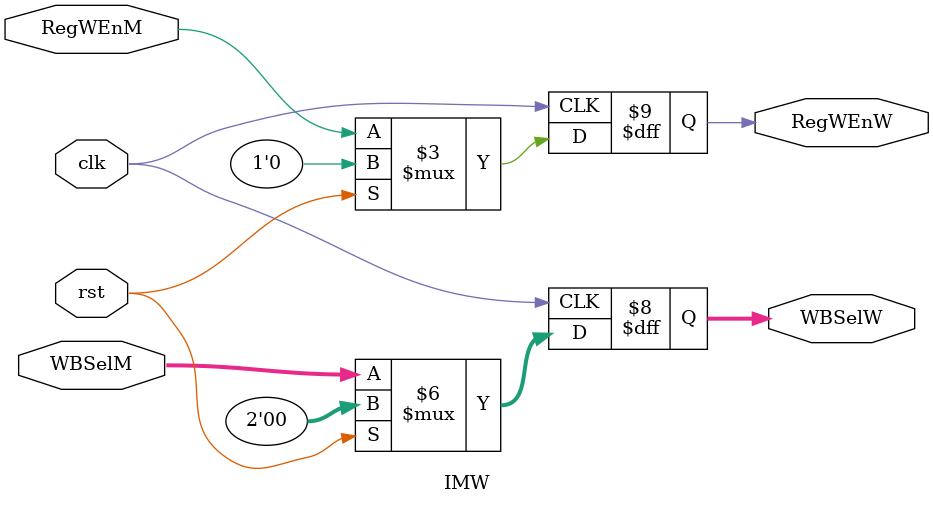
<source format=v>
module IMW #(parameter WIDTH = 5)(

	//GLOBAL INPUT
	input clk, rst,

	//INPUTS TO THE IDE
	input [1:0] WBSelM,
	input RegWEnM,

	//OUTPUTS FROM THE IDE
	output reg [1:0] WBSelW,
	output reg RegWEnW
	
);
	always @ (posedge clk) begin
		if (rst) begin
			WBSelW  <= 32'h0;
			RegWEnW <= 32'h0;
		end
		else begin
			WBSelW  <= WBSelM;
			RegWEnW <= RegWEnM;
		end
	end
endmodule
</source>
